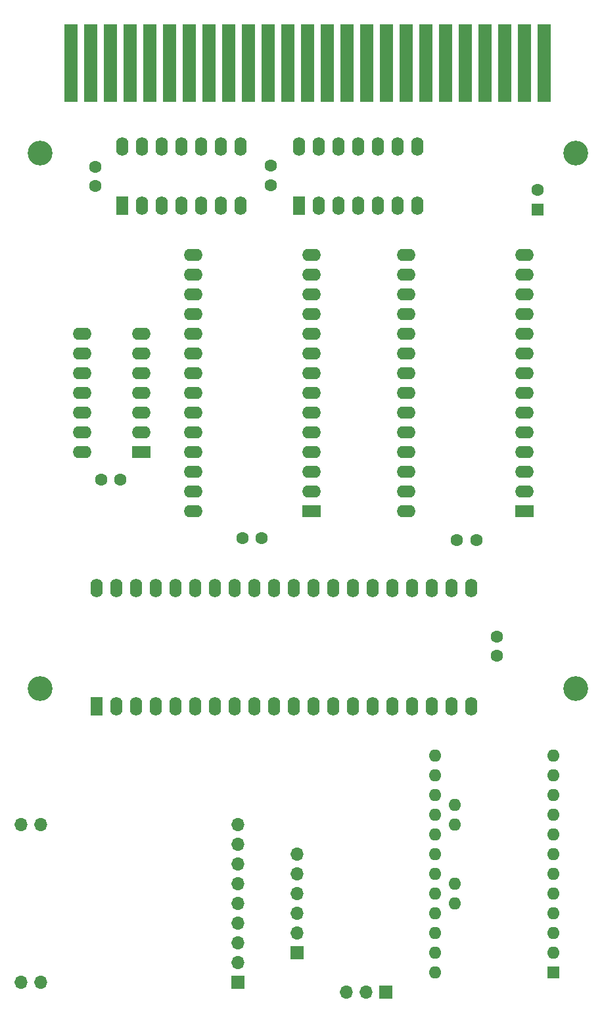
<source format=gbs>
G04 #@! TF.GenerationSoftware,KiCad,Pcbnew,(5.1.9)-1*
G04 #@! TF.CreationDate,2022-10-29T21:13:42+09:00*
G04 #@! TF.ProjectId,PC-6001_SD,50432d36-3030-4315-9f53-442e6b696361,rev?*
G04 #@! TF.SameCoordinates,PX53920b0PYad82f20*
G04 #@! TF.FileFunction,Soldermask,Bot*
G04 #@! TF.FilePolarity,Negative*
%FSLAX46Y46*%
G04 Gerber Fmt 4.6, Leading zero omitted, Abs format (unit mm)*
G04 Created by KiCad (PCBNEW (5.1.9)-1) date 2022-10-29 21:13:42*
%MOMM*%
%LPD*%
G01*
G04 APERTURE LIST*
%ADD10C,1.600000*%
%ADD11R,1.600000X2.400000*%
%ADD12O,1.600000X2.400000*%
%ADD13C,3.200000*%
%ADD14R,1.600000X1.600000*%
%ADD15R,1.700000X1.700000*%
%ADD16O,1.700000X1.700000*%
%ADD17O,1.600000X1.600000*%
%ADD18R,1.780000X10.000000*%
%ADD19O,2.400000X1.600000*%
%ADD20R,2.400000X1.600000*%
G04 APERTURE END LIST*
D10*
X63830000Y47720000D03*
X63830000Y45220000D03*
D11*
X12275000Y38745000D03*
D12*
X60535000Y53985000D03*
X14815000Y38745000D03*
X57995000Y53985000D03*
X17355000Y38745000D03*
X55455000Y53985000D03*
X19895000Y38745000D03*
X52915000Y53985000D03*
X22435000Y38745000D03*
X50375000Y53985000D03*
X24975000Y38745000D03*
X47835000Y53985000D03*
X27515000Y38745000D03*
X45295000Y53985000D03*
X30055000Y38745000D03*
X42755000Y53985000D03*
X32595000Y38745000D03*
X40215000Y53985000D03*
X35135000Y38745000D03*
X37675000Y53985000D03*
X37675000Y38745000D03*
X35135000Y53985000D03*
X40215000Y38745000D03*
X32595000Y53985000D03*
X42755000Y38745000D03*
X30055000Y53985000D03*
X45295000Y38745000D03*
X27515000Y53985000D03*
X47835000Y38745000D03*
X24975000Y53985000D03*
X50375000Y38745000D03*
X22435000Y53985000D03*
X52915000Y38745000D03*
X19895000Y53985000D03*
X55455000Y38745000D03*
X17355000Y53985000D03*
X57995000Y38745000D03*
X14815000Y53985000D03*
X60535000Y38745000D03*
X12275000Y53985000D03*
D10*
X58697000Y60116000D03*
X61197000Y60116000D03*
D13*
X5000000Y110000000D03*
X74000000Y110000000D03*
X74000000Y41000000D03*
X5000000Y41000000D03*
D14*
X69088000Y102743000D03*
D10*
X69088000Y105243000D03*
X12131000Y105755000D03*
X12131000Y108255000D03*
X34737000Y108382000D03*
X34737000Y105882000D03*
D15*
X30480000Y3165000D03*
D16*
X30480000Y5705000D03*
X30480000Y8245000D03*
X30480000Y10785000D03*
X30480000Y13325000D03*
X30480000Y15865000D03*
X30480000Y18405000D03*
X30480000Y20945000D03*
X30480000Y23485000D03*
X2540000Y23485000D03*
X5080000Y23485000D03*
X2540000Y3165000D03*
X5080000Y3165000D03*
D14*
X71120000Y4445000D03*
D17*
X71120000Y6985000D03*
X71120000Y9525000D03*
X55880000Y32385000D03*
X71120000Y12065000D03*
X55880000Y29845000D03*
X71120000Y14605000D03*
X55880000Y27305000D03*
X71120000Y17145000D03*
X55880000Y24765000D03*
X71120000Y19685000D03*
X55880000Y22225000D03*
X71120000Y22225000D03*
X55880000Y19685000D03*
X71120000Y24765000D03*
X55880000Y17145000D03*
X71120000Y27305000D03*
X55880000Y14605000D03*
X71120000Y29845000D03*
X55880000Y12065000D03*
X71120000Y32385000D03*
X55880000Y9525000D03*
X55880000Y6985000D03*
X55880000Y4445000D03*
X58420000Y13335000D03*
X58420000Y15875000D03*
X58420000Y23495000D03*
X58420000Y26035000D03*
D18*
X9000000Y121615000D03*
X11540000Y121615000D03*
X14080000Y121615000D03*
X16620000Y121615000D03*
X19160000Y121615000D03*
X21700000Y121615000D03*
X24240000Y121615000D03*
X26780000Y121615000D03*
X29320000Y121615000D03*
X31860000Y121615000D03*
X34400000Y121615000D03*
X36940000Y121615000D03*
X39480000Y121615000D03*
X42020000Y121615000D03*
X44560000Y121615000D03*
X47100000Y121615000D03*
X49640000Y121615000D03*
X52180000Y121615000D03*
X54720000Y121615000D03*
X57260000Y121615000D03*
X59800000Y121615000D03*
X62340000Y121615000D03*
X64880000Y121615000D03*
X67420000Y121615000D03*
X69960000Y121615000D03*
D15*
X38100000Y6975000D03*
D16*
X38100000Y9515000D03*
X38100000Y12055000D03*
X38100000Y14595000D03*
X38100000Y17135000D03*
X38100000Y19675000D03*
D10*
X33552000Y60401000D03*
X31052000Y60401000D03*
X12869000Y67913000D03*
X15369000Y67913000D03*
D19*
X24702000Y63881000D03*
X39942000Y96901000D03*
X24702000Y66421000D03*
X39942000Y94361000D03*
X24702000Y68961000D03*
X39942000Y91821000D03*
X24702000Y71501000D03*
X39942000Y89281000D03*
X24702000Y74041000D03*
X39942000Y86741000D03*
X24702000Y76581000D03*
X39942000Y84201000D03*
X24702000Y79121000D03*
X39942000Y81661000D03*
X24702000Y81661000D03*
X39942000Y79121000D03*
X24702000Y84201000D03*
X39942000Y76581000D03*
X24702000Y86741000D03*
X39942000Y74041000D03*
X24702000Y89281000D03*
X39942000Y71501000D03*
X24702000Y91821000D03*
X39942000Y68961000D03*
X24702000Y94361000D03*
X39942000Y66421000D03*
X24702000Y96901000D03*
D20*
X39942000Y63881000D03*
D11*
X15560000Y103215000D03*
D12*
X30800000Y110835000D03*
X18100000Y103215000D03*
X28260000Y110835000D03*
X20640000Y103215000D03*
X25720000Y110835000D03*
X23180000Y103215000D03*
X23180000Y110835000D03*
X25720000Y103215000D03*
X20640000Y110835000D03*
X28260000Y103215000D03*
X18100000Y110835000D03*
X30800000Y103215000D03*
X15560000Y110835000D03*
X38407000Y110847000D03*
X53647000Y103227000D03*
X40947000Y110847000D03*
X51107000Y103227000D03*
X43487000Y110847000D03*
X48567000Y103227000D03*
X46027000Y110847000D03*
X46027000Y103227000D03*
X48567000Y110847000D03*
X43487000Y103227000D03*
X51107000Y110847000D03*
X40947000Y103227000D03*
X53647000Y110847000D03*
D11*
X38407000Y103227000D03*
D19*
X10416000Y71469000D03*
X18036000Y86709000D03*
X10416000Y74009000D03*
X18036000Y84169000D03*
X10416000Y76549000D03*
X18036000Y81629000D03*
X10416000Y79089000D03*
X18036000Y79089000D03*
X10416000Y81629000D03*
X18036000Y76549000D03*
X10416000Y84169000D03*
X18036000Y74009000D03*
X10416000Y86709000D03*
D20*
X18036000Y71469000D03*
D15*
X49530000Y1905000D03*
D16*
X46990000Y1905000D03*
X44450000Y1905000D03*
D20*
X67437000Y63881000D03*
D19*
X52197000Y96901000D03*
X67437000Y66421000D03*
X52197000Y94361000D03*
X67437000Y68961000D03*
X52197000Y91821000D03*
X67437000Y71501000D03*
X52197000Y89281000D03*
X67437000Y74041000D03*
X52197000Y86741000D03*
X67437000Y76581000D03*
X52197000Y84201000D03*
X67437000Y79121000D03*
X52197000Y81661000D03*
X67437000Y81661000D03*
X52197000Y79121000D03*
X67437000Y84201000D03*
X52197000Y76581000D03*
X67437000Y86741000D03*
X52197000Y74041000D03*
X67437000Y89281000D03*
X52197000Y71501000D03*
X67437000Y91821000D03*
X52197000Y68961000D03*
X67437000Y94361000D03*
X52197000Y66421000D03*
X67437000Y96901000D03*
X52197000Y63881000D03*
M02*

</source>
